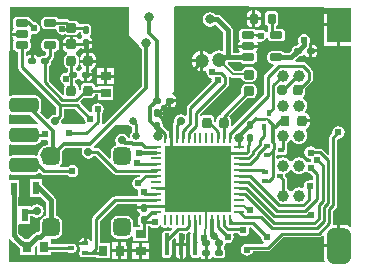
<source format=gtl>
G04 Layer_Physical_Order=1*
G04 Layer_Color=255*
%FSLAX25Y25*%
%MOIN*%
G70*
G01*
G75*
G04:AMPARAMS|DCode=10|XSize=19.69mil|YSize=23.62mil|CornerRadius=4.92mil|HoleSize=0mil|Usage=FLASHONLY|Rotation=90.000|XOffset=0mil|YOffset=0mil|HoleType=Round|Shape=RoundedRectangle|*
%AMROUNDEDRECTD10*
21,1,0.01969,0.01378,0,0,90.0*
21,1,0.00984,0.02362,0,0,90.0*
1,1,0.00984,0.00689,0.00492*
1,1,0.00984,0.00689,-0.00492*
1,1,0.00984,-0.00689,-0.00492*
1,1,0.00984,-0.00689,0.00492*
%
%ADD10ROUNDEDRECTD10*%
%ADD11R,0.03150X0.03543*%
G04:AMPARAMS|DCode=12|XSize=19.69mil|YSize=23.62mil|CornerRadius=4.92mil|HoleSize=0mil|Usage=FLASHONLY|Rotation=180.000|XOffset=0mil|YOffset=0mil|HoleType=Round|Shape=RoundedRectangle|*
%AMROUNDEDRECTD12*
21,1,0.01969,0.01378,0,0,180.0*
21,1,0.00984,0.02362,0,0,180.0*
1,1,0.00984,-0.00492,0.00689*
1,1,0.00984,0.00492,0.00689*
1,1,0.00984,0.00492,-0.00689*
1,1,0.00984,-0.00492,-0.00689*
%
%ADD12ROUNDEDRECTD12*%
%ADD13R,0.03543X0.03150*%
%ADD14R,0.02165X0.04331*%
%ADD15R,0.07874X0.11811*%
G04:AMPARAMS|DCode=16|XSize=118.11mil|YSize=78.74mil|CornerRadius=19.69mil|HoleSize=0mil|Usage=FLASHONLY|Rotation=270.000|XOffset=0mil|YOffset=0mil|HoleType=Round|Shape=RoundedRectangle|*
%AMROUNDEDRECTD16*
21,1,0.11811,0.03937,0,0,270.0*
21,1,0.07874,0.07874,0,0,270.0*
1,1,0.03937,-0.01969,-0.03937*
1,1,0.03937,-0.01969,0.03937*
1,1,0.03937,0.01969,0.03937*
1,1,0.03937,0.01969,-0.03937*
%
%ADD16ROUNDEDRECTD16*%
G04:AMPARAMS|DCode=17|XSize=98.43mil|YSize=47.24mil|CornerRadius=11.81mil|HoleSize=0mil|Usage=FLASHONLY|Rotation=180.000|XOffset=0mil|YOffset=0mil|HoleType=Round|Shape=RoundedRectangle|*
%AMROUNDEDRECTD17*
21,1,0.09843,0.02362,0,0,180.0*
21,1,0.07480,0.04724,0,0,180.0*
1,1,0.02362,-0.03740,0.01181*
1,1,0.02362,0.03740,0.01181*
1,1,0.02362,0.03740,-0.01181*
1,1,0.02362,-0.03740,-0.01181*
%
%ADD17ROUNDEDRECTD17*%
G04:AMPARAMS|DCode=18|XSize=35.43mil|YSize=31.5mil|CornerRadius=7.87mil|HoleSize=0mil|Usage=FLASHONLY|Rotation=270.000|XOffset=0mil|YOffset=0mil|HoleType=Round|Shape=RoundedRectangle|*
%AMROUNDEDRECTD18*
21,1,0.03543,0.01575,0,0,270.0*
21,1,0.01969,0.03150,0,0,270.0*
1,1,0.01575,-0.00787,-0.00984*
1,1,0.01575,-0.00787,0.00984*
1,1,0.01575,0.00787,0.00984*
1,1,0.01575,0.00787,-0.00984*
%
%ADD18ROUNDEDRECTD18*%
G04:AMPARAMS|DCode=19|XSize=25.59mil|YSize=43.31mil|CornerRadius=6.4mil|HoleSize=0mil|Usage=FLASHONLY|Rotation=90.000|XOffset=0mil|YOffset=0mil|HoleType=Round|Shape=RoundedRectangle|*
%AMROUNDEDRECTD19*
21,1,0.02559,0.03051,0,0,90.0*
21,1,0.01280,0.04331,0,0,90.0*
1,1,0.01280,0.01526,0.00640*
1,1,0.01280,0.01526,-0.00640*
1,1,0.01280,-0.01526,-0.00640*
1,1,0.01280,-0.01526,0.00640*
%
%ADD19ROUNDEDRECTD19*%
G04:AMPARAMS|DCode=20|XSize=35.43mil|YSize=31.5mil|CornerRadius=7.87mil|HoleSize=0mil|Usage=FLASHONLY|Rotation=0.000|XOffset=0mil|YOffset=0mil|HoleType=Round|Shape=RoundedRectangle|*
%AMROUNDEDRECTD20*
21,1,0.03543,0.01575,0,0,0.0*
21,1,0.01969,0.03150,0,0,0.0*
1,1,0.01575,0.00984,-0.00787*
1,1,0.01575,-0.00984,-0.00787*
1,1,0.01575,-0.00984,0.00787*
1,1,0.01575,0.00984,0.00787*
%
%ADD20ROUNDEDRECTD20*%
G04:AMPARAMS|DCode=21|XSize=59.06mil|YSize=59.06mil|CornerRadius=14.76mil|HoleSize=0mil|Usage=FLASHONLY|Rotation=180.000|XOffset=0mil|YOffset=0mil|HoleType=Round|Shape=RoundedRectangle|*
%AMROUNDEDRECTD21*
21,1,0.05906,0.02953,0,0,180.0*
21,1,0.02953,0.05906,0,0,180.0*
1,1,0.02953,-0.01476,0.01476*
1,1,0.02953,0.01476,0.01476*
1,1,0.02953,0.01476,-0.01476*
1,1,0.02953,-0.01476,-0.01476*
%
%ADD21ROUNDEDRECTD21*%
G04:AMPARAMS|DCode=22|XSize=15.75mil|YSize=74.8mil|CornerRadius=3.94mil|HoleSize=0mil|Usage=FLASHONLY|Rotation=180.000|XOffset=0mil|YOffset=0mil|HoleType=Round|Shape=RoundedRectangle|*
%AMROUNDEDRECTD22*
21,1,0.01575,0.06693,0,0,180.0*
21,1,0.00787,0.07480,0,0,180.0*
1,1,0.00787,-0.00394,0.03347*
1,1,0.00787,0.00394,0.03347*
1,1,0.00787,0.00394,-0.03347*
1,1,0.00787,-0.00394,-0.03347*
%
%ADD22ROUNDEDRECTD22*%
G04:AMPARAMS|DCode=23|XSize=13.78mil|YSize=21.65mil|CornerRadius=3.45mil|HoleSize=0mil|Usage=FLASHONLY|Rotation=90.000|XOffset=0mil|YOffset=0mil|HoleType=Round|Shape=RoundedRectangle|*
%AMROUNDEDRECTD23*
21,1,0.01378,0.01476,0,0,90.0*
21,1,0.00689,0.02165,0,0,90.0*
1,1,0.00689,0.00738,0.00345*
1,1,0.00689,0.00738,-0.00345*
1,1,0.00689,-0.00738,-0.00345*
1,1,0.00689,-0.00738,0.00345*
%
%ADD23ROUNDEDRECTD23*%
G04:AMPARAMS|DCode=24|XSize=13.78mil|YSize=21.65mil|CornerRadius=3.45mil|HoleSize=0mil|Usage=FLASHONLY|Rotation=180.000|XOffset=0mil|YOffset=0mil|HoleType=Round|Shape=RoundedRectangle|*
%AMROUNDEDRECTD24*
21,1,0.01378,0.01476,0,0,180.0*
21,1,0.00689,0.02165,0,0,180.0*
1,1,0.00689,-0.00345,0.00738*
1,1,0.00689,0.00345,0.00738*
1,1,0.00689,0.00345,-0.00738*
1,1,0.00689,-0.00345,-0.00738*
%
%ADD24ROUNDEDRECTD24*%
G04:AMPARAMS|DCode=25|XSize=13.78mil|YSize=21.65mil|CornerRadius=0mil|HoleSize=0mil|Usage=FLASHONLY|Rotation=180.000|XOffset=0mil|YOffset=0mil|HoleType=Round|Shape=Octagon|*
%AMOCTAGOND25*
4,1,8,0.00345,-0.01083,-0.00345,-0.01083,-0.00689,-0.00738,-0.00689,0.00738,-0.00345,0.01083,0.00345,0.01083,0.00689,0.00738,0.00689,-0.00738,0.00345,-0.01083,0.0*
%
%ADD25OCTAGOND25*%

G04:AMPARAMS|DCode=26|XSize=35.43mil|YSize=31.5mil|CornerRadius=0mil|HoleSize=0mil|Usage=FLASHONLY|Rotation=90.000|XOffset=0mil|YOffset=0mil|HoleType=Round|Shape=Octagon|*
%AMOCTAGOND26*
4,1,8,0.00787,0.01772,-0.00787,0.01772,-0.01575,0.00984,-0.01575,-0.00984,-0.00787,-0.01772,0.00787,-0.01772,0.01575,-0.00984,0.01575,0.00984,0.00787,0.01772,0.0*
%
%ADD26OCTAGOND26*%

%ADD27R,0.22047X0.22047*%
%ADD28O,0.03347X0.00984*%
%ADD29O,0.00984X0.03347*%
G04:AMPARAMS|DCode=30|XSize=35.43mil|YSize=27.56mil|CornerRadius=6.89mil|HoleSize=0mil|Usage=FLASHONLY|Rotation=90.000|XOffset=0mil|YOffset=0mil|HoleType=Round|Shape=RoundedRectangle|*
%AMROUNDEDRECTD30*
21,1,0.03543,0.01378,0,0,90.0*
21,1,0.02165,0.02756,0,0,90.0*
1,1,0.01378,0.00689,0.01083*
1,1,0.01378,0.00689,-0.01083*
1,1,0.01378,-0.00689,-0.01083*
1,1,0.01378,-0.00689,0.01083*
%
%ADD30ROUNDEDRECTD30*%
%ADD31C,0.00984*%
%ADD32C,0.00787*%
%ADD33C,0.01969*%
%ADD34C,0.01575*%
%ADD35C,0.01181*%
%ADD36C,0.00906*%
%ADD37C,0.04724*%
%ADD38C,0.03937*%
%ADD39C,0.02756*%
%ADD40C,0.02441*%
%ADD41C,0.02362*%
%ADD42C,0.02559*%
%ADD43C,0.03150*%
G36*
X95188Y32252D02*
X95617Y31692D01*
X96193Y31250D01*
X96863Y30972D01*
X97583Y30878D01*
X98302Y30972D01*
X98973Y31250D01*
X99464Y31627D01*
X100004Y31677D01*
X100032Y31676D01*
X100132Y31526D01*
X100796Y31083D01*
X101580Y30927D01*
X101749Y30960D01*
X102376Y30332D01*
Y28943D01*
X101876Y28681D01*
X101181Y28819D01*
X100398Y28663D01*
X99734Y28219D01*
X99290Y27555D01*
X99134Y26772D01*
X99187Y26503D01*
X98746Y26159D01*
X98302Y26342D01*
X97583Y26437D01*
X96863Y26342D01*
X96193Y26065D01*
X95617Y25623D01*
X95188Y25063D01*
X94917Y25020D01*
X94911D01*
X94641Y25063D01*
X94211Y25623D01*
X93636Y26065D01*
X93550Y26100D01*
Y28916D01*
X93451Y29415D01*
X93168Y29838D01*
X93034Y29972D01*
Y30364D01*
X93012Y30474D01*
X92978Y30832D01*
X93334Y31125D01*
X93636Y31250D01*
X94211Y31692D01*
X94641Y32252D01*
X94911Y32295D01*
X94917D01*
X95188Y32252D01*
D02*
G37*
G36*
X105988Y86672D02*
Y81012D01*
X110925D01*
Y80512D01*
X111425D01*
Y73606D01*
X114961D01*
X114961Y13548D01*
X114512Y13327D01*
X114391Y13420D01*
X113669Y13719D01*
X112894Y13821D01*
X111425D01*
Y6890D01*
X110925D01*
Y6390D01*
X105963D01*
Y2953D01*
X106065Y2178D01*
X106183Y1892D01*
X105905Y1476D01*
X886D01*
Y9055D01*
X1139Y9195D01*
X1386Y9237D01*
X2752Y7871D01*
X2752Y7870D01*
X2801Y7838D01*
X4724Y5915D01*
Y3937D01*
X9449D01*
Y6647D01*
X9799Y6936D01*
X10236Y6750D01*
Y3937D01*
X14961D01*
Y4798D01*
X20216D01*
X20375Y4692D01*
X20817Y4604D01*
X22293D01*
X22735Y4692D01*
X23109Y4942D01*
X23359Y5316D01*
X23447Y5758D01*
Y6447D01*
X23359Y6888D01*
X23109Y7263D01*
X22735Y7513D01*
X22293Y7601D01*
X20817D01*
X20375Y7513D01*
X20216Y7407D01*
X14961D01*
Y9055D01*
X15357Y9306D01*
X16437D01*
X17320Y9482D01*
X18069Y9982D01*
X18570Y10731D01*
X18745Y11614D01*
Y14567D01*
X18570Y15450D01*
X18069Y16199D01*
X17320Y16699D01*
X16566Y16849D01*
Y22027D01*
X16566Y22027D01*
X16444Y22642D01*
X16096Y23163D01*
X16096Y23163D01*
X11811Y27448D01*
Y29114D01*
X8071D01*
Y23209D01*
X11509D01*
X13355Y21362D01*
Y16849D01*
X12601Y16699D01*
X11852Y16199D01*
X11352Y15450D01*
X11176Y14567D01*
Y12790D01*
X11150Y12657D01*
X11150Y12657D01*
Y11988D01*
X10610Y11448D01*
X10371D01*
X10371Y11448D01*
X9757Y11326D01*
X9236Y10978D01*
X9236Y10978D01*
X7313Y9055D01*
X6125D01*
X5039Y10141D01*
X4991Y10174D01*
X4066Y11098D01*
Y13920D01*
X4331Y14311D01*
X4566Y14311D01*
X8071D01*
Y16745D01*
X8974D01*
X9392Y16465D01*
X10237Y16297D01*
X11082Y16465D01*
X11798Y16944D01*
X12276Y17660D01*
X12444Y18505D01*
X12276Y19350D01*
X11798Y20066D01*
X11082Y20545D01*
X10237Y20713D01*
X9392Y20545D01*
X8676Y20066D01*
X8571Y19909D01*
X8071Y20061D01*
Y20216D01*
X4566D01*
X4331Y20216D01*
X4066Y20607D01*
Y23012D01*
X4331D01*
Y28917D01*
X886D01*
Y30624D01*
X1327Y30860D01*
X1397Y30813D01*
X2165Y30660D01*
X9646D01*
X10414Y30813D01*
X11065Y31248D01*
X11367Y31278D01*
X11774Y30870D01*
X12198Y30588D01*
X12697Y30488D01*
X20505D01*
X20601Y30345D01*
X21265Y29901D01*
X22048Y29746D01*
X22832Y29901D01*
X23496Y30345D01*
X23940Y31010D01*
X24095Y31793D01*
X23940Y32576D01*
X23496Y33241D01*
X22832Y33684D01*
X22048Y33840D01*
X21265Y33684D01*
X20601Y33241D01*
X20505Y33097D01*
X18211D01*
X18059Y33597D01*
X18069Y33604D01*
X18570Y34353D01*
X18745Y35236D01*
Y38189D01*
X18692Y38457D01*
X19777Y39542D01*
X25132D01*
X25368Y39101D01*
X25324Y39036D01*
X25156Y38191D01*
X25324Y37346D01*
X25802Y36630D01*
X26519Y36151D01*
X27363Y35983D01*
X28208Y36151D01*
X28925Y36630D01*
X29096Y36886D01*
X29714D01*
X35572Y31028D01*
X35995Y30745D01*
X36495Y30646D01*
X44487D01*
X44678Y30184D01*
X44196Y29701D01*
X44027Y29735D01*
X43244Y29579D01*
X42579Y29135D01*
X42136Y28471D01*
X41980Y27688D01*
X42136Y26904D01*
X42579Y26240D01*
X43244Y25796D01*
X43555Y25734D01*
X43977Y25489D01*
X43821Y24706D01*
X43977Y23923D01*
X44011Y23871D01*
X43775Y23431D01*
X36299D01*
X35800Y23331D01*
X35377Y23049D01*
X29097Y16769D01*
X28814Y16346D01*
X28715Y15846D01*
Y8748D01*
X28215Y8650D01*
X27987Y8991D01*
X27542Y9288D01*
X27018Y9392D01*
X26779D01*
Y7677D01*
X26280D01*
Y7177D01*
X24201D01*
X24275Y6808D01*
X24572Y6363D01*
X24704Y6275D01*
X24725Y5694D01*
X24712Y5668D01*
X24475Y5314D01*
X24387Y4872D01*
Y4183D01*
X24475Y3741D01*
X24725Y3367D01*
X25100Y3117D01*
X25541Y3029D01*
X27018D01*
X27459Y3117D01*
X27618Y3223D01*
X29913D01*
Y2748D01*
X34638D01*
Y7866D01*
X31324D01*
Y15306D01*
X36840Y20821D01*
X43453D01*
X43770Y20435D01*
X43754Y20354D01*
Y20165D01*
X45768D01*
Y19165D01*
X43754D01*
Y18976D01*
X43870Y18394D01*
X44200Y17901D01*
X44518Y17688D01*
X44560Y17160D01*
X44546Y17114D01*
X44353Y16985D01*
X44070Y16562D01*
X43971Y16063D01*
Y14685D01*
X44070Y14186D01*
X44353Y13763D01*
X44463Y13689D01*
Y13091D01*
X42367D01*
Y14567D01*
X42191Y15450D01*
X41691Y16199D01*
X40942Y16699D01*
X40059Y16875D01*
X37106D01*
X36223Y16699D01*
X35474Y16199D01*
X34974Y15450D01*
X34798Y14567D01*
Y11614D01*
X34974Y10731D01*
X35474Y9982D01*
X36223Y9482D01*
X37106Y9306D01*
X40059D01*
X40942Y9482D01*
X41691Y9982D01*
X41724Y10032D01*
X42224Y9880D01*
Y8366D01*
X47343D01*
Y13091D01*
X47343D01*
X47422Y13558D01*
X47965D01*
X48060Y13415D01*
X48724Y12971D01*
X49508Y12815D01*
X50291Y12971D01*
X50955Y13415D01*
X51213Y13800D01*
X51744Y13694D01*
X51748Y13674D01*
X52030Y13251D01*
X52454Y12968D01*
X52953Y12869D01*
X53452Y12968D01*
X53545Y13030D01*
X53937Y13221D01*
X54329Y13030D01*
X54422Y12968D01*
X54921Y12869D01*
X55139Y12912D01*
X55386Y12451D01*
X54624Y11690D01*
X54398Y11841D01*
X53937Y11933D01*
X53150D01*
X52689Y11841D01*
X52298Y11580D01*
X52037Y11189D01*
X51945Y10728D01*
Y4035D01*
X52037Y3575D01*
X52298Y3184D01*
X52689Y2923D01*
X53150Y2831D01*
X53937D01*
X54398Y2923D01*
X54789Y3184D01*
X55050Y3575D01*
X55141Y4035D01*
Y8517D01*
X55991Y9367D01*
X56453Y9175D01*
Y7882D01*
X58268D01*
X60082D01*
Y10728D01*
X60079Y10745D01*
X60342Y11196D01*
X60765Y11479D01*
X60843Y11557D01*
X61393Y11415D01*
X61486Y11189D01*
X61394Y10728D01*
Y4035D01*
X61486Y3575D01*
X61747Y3184D01*
X62138Y2923D01*
X62598Y2831D01*
X63386D01*
X63847Y2923D01*
X64237Y3184D01*
X64789Y3109D01*
X64889Y2960D01*
X65382Y2630D01*
X65965Y2514D01*
X66154D01*
Y4527D01*
X67154D01*
Y2514D01*
X67343D01*
X67925Y2630D01*
X68418Y2960D01*
X68631Y3278D01*
X69159Y3320D01*
X69205Y3305D01*
X69333Y3113D01*
X69757Y2830D01*
X70256Y2731D01*
X71634D01*
X72133Y2830D01*
X72556Y3113D01*
X72839Y3536D01*
X72939Y4035D01*
Y5020D01*
X72839Y5519D01*
X72656Y5793D01*
X72564Y6011D01*
X72618Y6502D01*
X72741Y6686D01*
X72840Y7185D01*
Y7529D01*
X73340Y7892D01*
X73822Y7796D01*
X74606Y7952D01*
X75270Y8395D01*
X75714Y9060D01*
X75870Y9843D01*
X75720Y10597D01*
X75719Y10684D01*
X75975Y11097D01*
X77299D01*
X77592Y10659D01*
X78256Y10215D01*
X79039Y10060D01*
X79823Y10215D01*
X80487Y10659D01*
X80931Y11323D01*
X81086Y12107D01*
X80955Y12766D01*
X81240Y13197D01*
X81669Y13238D01*
X84994Y9913D01*
X84961Y9744D01*
X85116Y8961D01*
X85560Y8297D01*
X85790Y8143D01*
X85638Y7643D01*
X81043D01*
X80715Y7578D01*
X80315Y7658D01*
X79532Y7502D01*
X78867Y7058D01*
X78424Y6394D01*
X78268Y5610D01*
X78424Y4827D01*
X78867Y4163D01*
X79532Y3719D01*
X80315Y3563D01*
X81098Y3719D01*
X81763Y4163D01*
X82206Y4827D01*
X82248Y5034D01*
X87138D01*
X87637Y5133D01*
X88060Y5416D01*
X92325Y9680D01*
X104181D01*
X104681Y9780D01*
X105104Y10063D01*
X105463Y10421D01*
X105963Y10214D01*
Y7390D01*
X110425D01*
Y13821D01*
X109357D01*
X109322Y13837D01*
X109274Y13872D01*
X108985Y14321D01*
X109026Y14525D01*
Y18640D01*
X109918Y19533D01*
X110201Y19956D01*
X110301Y20455D01*
Y42289D01*
X110705Y42642D01*
X110728Y42638D01*
X111512Y42794D01*
X112176Y43237D01*
X112620Y43902D01*
X112776Y44685D01*
X112620Y45469D01*
X112176Y46133D01*
X111512Y46576D01*
X110728Y46732D01*
X109945Y46576D01*
X109281Y46133D01*
X108837Y45469D01*
X108681Y44685D01*
X108715Y44516D01*
X108074Y43875D01*
X107791Y43452D01*
X107692Y42953D01*
Y37522D01*
X107229Y37331D01*
X105605Y38956D01*
X105182Y39239D01*
X104682Y39338D01*
X102998D01*
X102929Y39442D01*
X102265Y39885D01*
X101481Y40041D01*
X100698Y39885D01*
X100034Y39442D01*
X99590Y38777D01*
X99434Y37994D01*
X99590Y37211D01*
X100034Y36546D01*
X100698Y36103D01*
X101481Y35947D01*
X101607Y35487D01*
X101520Y35009D01*
X100796Y34865D01*
X100551Y34702D01*
X100073Y34847D01*
X99990Y35047D01*
X99548Y35623D01*
X98973Y36065D01*
X98302Y36342D01*
X97583Y36437D01*
X96863Y36342D01*
X96193Y36065D01*
X95617Y35623D01*
X95188Y35063D01*
X94917Y35020D01*
X94911D01*
X94641Y35063D01*
X94211Y35623D01*
X93636Y36065D01*
X92965Y36342D01*
X92246Y36437D01*
X91526Y36342D01*
X90856Y36065D01*
X90584Y35856D01*
X90084Y36103D01*
Y36962D01*
X90584Y37244D01*
X90896Y37183D01*
X92372D01*
X92814Y37270D01*
X93188Y37521D01*
X93438Y37895D01*
X93526Y38337D01*
Y39026D01*
X93512Y39098D01*
X93550Y39293D01*
Y41215D01*
X93636Y41250D01*
X94211Y41692D01*
X94641Y42252D01*
X94911Y42295D01*
X94917D01*
X95188Y42252D01*
X95617Y41692D01*
X96193Y41250D01*
X96863Y40973D01*
X97583Y40878D01*
X98302Y40973D01*
X98973Y41250D01*
X99548Y41692D01*
X99990Y42268D01*
X100268Y42938D01*
X100363Y43657D01*
X100268Y44377D01*
X99990Y45047D01*
X99794Y45303D01*
X100001Y45854D01*
X100008Y45856D01*
X100600Y46251D01*
X100995Y46842D01*
X101133Y47539D01*
Y48024D01*
X98524D01*
Y49024D01*
X101133D01*
Y49508D01*
X100995Y50205D01*
X100600Y50797D01*
X100008Y51192D01*
X99778Y51237D01*
X99676Y51440D01*
X99616Y51780D01*
X99990Y52268D01*
X100268Y52938D01*
X100363Y53657D01*
X100268Y54377D01*
X99990Y55047D01*
X99548Y55623D01*
X98973Y56065D01*
X98940Y56620D01*
X99265Y56837D01*
X99613Y57358D01*
X99736Y57973D01*
Y59372D01*
X101753Y61390D01*
X102036Y61813D01*
X102136Y62312D01*
Y65003D01*
X102036Y65502D01*
X101753Y65925D01*
X99851Y67828D01*
X99427Y68111D01*
X98928Y68210D01*
X96601D01*
X96394Y68710D01*
X97738Y70054D01*
X97953D01*
X98452Y70153D01*
X98875Y70436D01*
X99004Y70628D01*
X99050Y70643D01*
X99578Y70601D01*
X99790Y70283D01*
X100284Y69953D01*
X100866Y69837D01*
X101055D01*
Y71850D01*
Y73969D01*
X100935Y74364D01*
X101166Y74709D01*
X101321Y75492D01*
X101166Y76276D01*
X100722Y76940D01*
X100058Y77384D01*
X99274Y77539D01*
X98491Y77384D01*
X97827Y76940D01*
X97383Y76276D01*
X97227Y75492D01*
X97383Y74709D01*
X97571Y74428D01*
X96790Y73647D01*
X96575D01*
X96076Y73548D01*
X95652Y73265D01*
X95369Y72842D01*
X95270Y72342D01*
Y72127D01*
X94433Y71291D01*
X92656D01*
X92614Y71354D01*
X92141Y71669D01*
X91585Y71780D01*
X88534D01*
X87977Y71669D01*
X87505Y71354D01*
X87189Y70882D01*
X87078Y70325D01*
Y69045D01*
X87189Y68488D01*
X87505Y68016D01*
X87977Y67701D01*
X88534Y67590D01*
X89087D01*
X89278Y67128D01*
X86282Y64132D01*
X86000Y63709D01*
X85900Y63210D01*
Y57332D01*
X75301Y46732D01*
X74888Y46924D01*
X74834Y46973D01*
Y48917D01*
X74712Y49532D01*
X74364Y50053D01*
X74361Y50076D01*
X80357Y56072D01*
X81890D01*
X82504Y56194D01*
X83025Y56542D01*
X83373Y57063D01*
X83495Y57677D01*
Y59252D01*
X83373Y59866D01*
X83025Y60387D01*
X82504Y60735D01*
X81890Y60858D01*
X79921D01*
X79307Y60735D01*
X78786Y60387D01*
X78438Y59866D01*
X78316Y59252D01*
Y57720D01*
X71518Y50923D01*
X71236Y50499D01*
X71223Y50437D01*
X71039Y50401D01*
X70518Y50053D01*
X70170Y49532D01*
X70048Y48917D01*
Y48394D01*
X69548Y48151D01*
X69322Y48328D01*
Y48917D01*
X69200Y49532D01*
X68852Y50053D01*
X68331Y50401D01*
X67716Y50523D01*
X66142D01*
X65527Y50401D01*
X65006Y50053D01*
X64994Y50033D01*
X64545Y50169D01*
X64495Y50649D01*
X73898Y60053D01*
X74181Y60476D01*
X74281Y60975D01*
Y63046D01*
X74274Y63080D01*
X74735Y63326D01*
X74837Y63223D01*
X74837Y63223D01*
X75228Y62962D01*
X75689Y62871D01*
X75689Y62871D01*
X78379D01*
X78438Y62574D01*
X78786Y62054D01*
X79307Y61705D01*
X79921Y61583D01*
X81890D01*
X82504Y61705D01*
X83025Y62054D01*
X83373Y62574D01*
X83495Y63189D01*
Y64764D01*
X83373Y65378D01*
X83025Y65899D01*
X82504Y66247D01*
X81890Y66369D01*
X79921D01*
X79307Y66247D01*
X78786Y65899D01*
X78438Y65378D01*
X78418Y65279D01*
X76188D01*
X73854Y67613D01*
X74046Y68079D01*
X78014D01*
X78056Y68016D01*
X78528Y67701D01*
X79085Y67590D01*
X82136D01*
X82693Y67701D01*
X83165Y68016D01*
X83480Y68488D01*
X83591Y69045D01*
Y70325D01*
X83480Y70882D01*
X83165Y71354D01*
X83433Y71776D01*
X83680Y72146D01*
X83808Y72785D01*
Y72925D01*
X80610D01*
X77413D01*
Y72785D01*
X77540Y72146D01*
X77777Y71791D01*
X77539Y71291D01*
X75523D01*
Y78786D01*
X75523Y78786D01*
X75401Y79401D01*
X75053Y79922D01*
X75053Y79922D01*
X71457Y83517D01*
X70936Y83865D01*
X70322Y83987D01*
X70322Y83987D01*
X69682D01*
X69616Y84085D01*
X68835Y84607D01*
X67913Y84790D01*
X66992Y84607D01*
X66210Y84085D01*
X65688Y83304D01*
X65505Y82382D01*
X65688Y81460D01*
X66210Y80679D01*
X66992Y80157D01*
X67913Y79973D01*
X68835Y80157D01*
X69616Y80679D01*
X69742Y80691D01*
X72312Y78121D01*
Y72158D01*
X71896Y71880D01*
X71688Y71966D01*
X70866Y72074D01*
X70044Y71966D01*
X69278Y71649D01*
X68620Y71144D01*
X68348Y70789D01*
X67718Y70789D01*
X67555Y71000D01*
X66853Y71539D01*
X66035Y71878D01*
X65658Y71928D01*
Y68602D01*
Y65277D01*
X66035Y65327D01*
X66254Y65417D01*
X66693Y65058D01*
X66654Y64862D01*
X66809Y64079D01*
X67253Y63415D01*
X67917Y62971D01*
X68120Y62931D01*
X68498Y62358D01*
X68429Y62011D01*
X68462Y61842D01*
X60495Y53875D01*
X60212Y53452D01*
X60113Y52952D01*
Y50491D01*
X59613Y50229D01*
X59113Y50563D01*
X58268Y50731D01*
X57423Y50563D01*
X56707Y50085D01*
X56228Y49369D01*
X56060Y48524D01*
X56120Y48221D01*
X55967Y48068D01*
X55685Y47645D01*
X55585Y47146D01*
Y45994D01*
X55421Y45859D01*
Y42913D01*
X54421D01*
Y45516D01*
X54339Y45500D01*
X53846Y45170D01*
X53841Y45170D01*
X52190Y46820D01*
Y47461D01*
X52091Y47960D01*
X51808Y48383D01*
X51616Y48512D01*
X51601Y48557D01*
X51643Y49086D01*
X51962Y49298D01*
X52291Y49792D01*
X52407Y50374D01*
Y50563D01*
X50394D01*
Y51563D01*
X52407D01*
Y51752D01*
X52291Y52334D01*
X51962Y52828D01*
X51582Y53082D01*
X51579Y53087D01*
X51552Y53512D01*
X51582Y53637D01*
X51828Y53802D01*
X51957Y53994D01*
X52002Y54009D01*
X52530Y53967D01*
X52743Y53649D01*
X53237Y53319D01*
X53819Y53203D01*
X54008D01*
Y55216D01*
X54508D01*
Y55717D01*
X56717D01*
X56602Y56291D01*
X56273Y56784D01*
X55779Y57114D01*
X55594Y57151D01*
X55430Y57693D01*
X56004Y58268D01*
X56004Y86401D01*
X56358Y86754D01*
X105988Y86672D01*
D02*
G37*
G36*
X41043Y77264D02*
X44356Y73951D01*
X44428Y73586D01*
X44951Y72805D01*
X45249Y72606D01*
Y60088D01*
X32700Y47539D01*
X32154D01*
X32074Y47607D01*
X31809Y48039D01*
X31856Y48276D01*
Y50845D01*
X31959Y50915D01*
X32403Y51579D01*
X32559Y52362D01*
X32403Y53146D01*
X31959Y53810D01*
X31295Y54254D01*
X30512Y54409D01*
X29728Y54254D01*
X29064Y53810D01*
X28620Y53146D01*
X28465Y52362D01*
X28566Y51854D01*
X28246Y51436D01*
X27808Y51400D01*
X24772Y54435D01*
X24761Y55131D01*
X25839Y56209D01*
X25862Y56194D01*
X26476Y56072D01*
X28051D01*
X28666Y56194D01*
X29186Y56542D01*
X29535Y57063D01*
X29593Y57357D01*
X30647D01*
Y55574D01*
X35765D01*
Y60298D01*
X30647D01*
Y59966D01*
X29593D01*
X29535Y60260D01*
X29186Y60781D01*
X28666Y61129D01*
X28051Y61251D01*
X26476D01*
X25862Y61129D01*
X25341Y60781D01*
X24993Y60260D01*
X24871Y59646D01*
Y59056D01*
X24645Y58880D01*
X24145Y59123D01*
Y59646D01*
X24023Y60260D01*
X23675Y60781D01*
X23154Y61129D01*
X23056Y61148D01*
Y62121D01*
X23354Y62181D01*
X23777Y62463D01*
X23905Y62656D01*
X23951Y62671D01*
X24479Y62628D01*
X24692Y62310D01*
X25185Y61980D01*
X25768Y61865D01*
X25957D01*
Y63878D01*
X26457D01*
Y64378D01*
X28665D01*
X28551Y64952D01*
X28354Y65248D01*
X28528Y65779D01*
X28544Y65795D01*
X28749Y65836D01*
X29340Y66231D01*
X29735Y66822D01*
X29874Y67520D01*
Y68004D01*
X27264D01*
X24654D01*
Y67520D01*
X24793Y66822D01*
X25155Y66279D01*
X25165Y66122D01*
X25077Y65703D01*
X24692Y65446D01*
X24479Y65127D01*
X23951Y65085D01*
X23905Y65100D01*
X23777Y65293D01*
X23354Y65575D01*
X23309Y65584D01*
X23275Y65683D01*
X23256Y66105D01*
X23675Y66384D01*
X24023Y66905D01*
X24145Y67520D01*
Y69488D01*
X24023Y70103D01*
X23675Y70624D01*
X23154Y70972D01*
X23135Y70975D01*
Y71485D01*
X23434Y71545D01*
X24025Y71940D01*
X24420Y72531D01*
X24452Y72693D01*
X24983Y72799D01*
X25007Y72763D01*
X25501Y72433D01*
X26075Y72319D01*
Y74528D01*
X26575D01*
Y75028D01*
X28588D01*
Y75217D01*
X28473Y75799D01*
X28143Y76292D01*
X27824Y76505D01*
X27782Y77033D01*
X27797Y77079D01*
X27989Y77207D01*
X28272Y77631D01*
X28372Y78130D01*
Y79508D01*
X28272Y80007D01*
X27989Y80430D01*
X27566Y80713D01*
X27067Y80813D01*
X26969D01*
X26870Y80832D01*
X24239D01*
X24220Y80929D01*
X23872Y81450D01*
X23351Y81798D01*
X22736Y81921D01*
X21204D01*
X21001Y82123D01*
X20578Y82406D01*
X20079Y82505D01*
X17463D01*
X17220Y82869D01*
X16748Y83185D01*
X16191Y83296D01*
X13140D01*
X12583Y83185D01*
X12111Y82869D01*
X11795Y82397D01*
X11685Y81841D01*
Y80561D01*
X11795Y80004D01*
X12111Y79532D01*
X12583Y79217D01*
X13140Y79106D01*
X16191D01*
X16679Y79203D01*
X16809Y78547D01*
X17253Y77883D01*
X17917Y77439D01*
X18701Y77284D01*
X19484Y77439D01*
X19682Y77572D01*
X20153Y77257D01*
X20768Y77135D01*
X22736D01*
X23351Y77257D01*
X23872Y77605D01*
X24220Y78126D01*
X24239Y78223D01*
X24778D01*
Y78130D01*
X24877Y77631D01*
X25160Y77207D01*
X25353Y77079D01*
X25367Y77033D01*
X25325Y76505D01*
X25007Y76292D01*
X24750Y75907D01*
X24349Y75839D01*
X24180Y75860D01*
X24025Y76092D01*
X23434Y76487D01*
X22736Y76626D01*
X22252D01*
Y74016D01*
X21752D01*
Y73516D01*
X18945D01*
Y73228D01*
X19084Y72531D01*
X19479Y71940D01*
X20070Y71545D01*
X20369Y71485D01*
Y70975D01*
X20350Y70972D01*
X19829Y70624D01*
X19481Y70103D01*
X19359Y69488D01*
Y67520D01*
X19481Y66905D01*
X19829Y66384D01*
X20350Y66036D01*
X20447Y66017D01*
Y65133D01*
X20271Y64869D01*
X20221Y64617D01*
X20079Y64646D01*
X19295Y64490D01*
X18631Y64046D01*
X18187Y63382D01*
X18032Y62598D01*
X18187Y61815D01*
X18631Y61151D01*
X19215Y60761D01*
X19403Y60448D01*
X19481Y60260D01*
X19359Y59646D01*
Y57677D01*
X19402Y57461D01*
X18941Y57215D01*
X14257Y61899D01*
Y66884D01*
X14564Y67089D01*
X14847Y67513D01*
X14946Y68012D01*
Y68652D01*
X15588Y69294D01*
X15871Y69717D01*
X15970Y70217D01*
Y71626D01*
X16191D01*
X16748Y71736D01*
X17220Y72052D01*
X17535Y72524D01*
X17646Y73081D01*
Y74360D01*
X17535Y74917D01*
X17220Y75389D01*
X16748Y75705D01*
X16191Y75815D01*
X13140D01*
X12583Y75705D01*
X12111Y75389D01*
X11795Y74917D01*
X11685Y74360D01*
Y73081D01*
X11795Y72524D01*
X12111Y72052D01*
X12583Y71736D01*
X13140Y71626D01*
X13361D01*
Y70757D01*
X12904Y70301D01*
X12264D01*
X11765Y70201D01*
X11341Y69919D01*
X11213Y69726D01*
X11167Y69711D01*
X10639Y69753D01*
X10426Y70072D01*
X9933Y70402D01*
X9350Y70517D01*
X9161D01*
Y68504D01*
X8161D01*
Y70517D01*
X7972D01*
X7390Y70402D01*
X7021Y70155D01*
X6601Y70311D01*
X6521Y70376D01*
Y71626D01*
X6742D01*
X7299Y71736D01*
X7771Y72052D01*
X8087Y72524D01*
X8197Y73081D01*
Y74360D01*
X8087Y74917D01*
X7771Y75389D01*
X8040Y75811D01*
X8287Y76181D01*
X8414Y76821D01*
Y77137D01*
X8914Y77548D01*
X9252Y77480D01*
X10035Y77636D01*
X10700Y78080D01*
X11143Y78744D01*
X11299Y79528D01*
X11143Y80311D01*
X10700Y80975D01*
X10035Y81419D01*
X9252Y81575D01*
X9202Y81565D01*
X8572Y82194D01*
X8116Y82499D01*
X8004Y82521D01*
X7771Y82869D01*
X7299Y83185D01*
X6742Y83296D01*
X3691D01*
X3134Y83185D01*
X2662Y82869D01*
X2347Y82397D01*
X2236Y81841D01*
Y80561D01*
X2347Y80004D01*
X2662Y79532D01*
X2393Y79110D01*
X2146Y78740D01*
X2019Y78100D01*
Y77961D01*
X5217D01*
Y76961D01*
X2019D01*
Y76821D01*
X2146Y76181D01*
X2393Y75811D01*
X2662Y75389D01*
X2347Y74917D01*
X2236Y74360D01*
Y73081D01*
X2347Y72524D01*
X2662Y72052D01*
X3134Y71736D01*
X3691Y71626D01*
X3912D01*
Y66589D01*
X4011Y66090D01*
X4294Y65666D01*
X16662Y53298D01*
Y50986D01*
X16235Y50617D01*
X16142Y50635D01*
X15298Y50467D01*
X14581Y49989D01*
X14103Y49272D01*
X14086Y49190D01*
X13608Y49045D01*
X11201Y51452D01*
X11500Y51899D01*
X11653Y52667D01*
Y55029D01*
X11500Y55798D01*
X11065Y56449D01*
X10414Y56884D01*
X9646Y57037D01*
X2165D01*
X1460Y56896D01*
X1247Y56965D01*
X961Y57119D01*
X1189Y86417D01*
X41043D01*
Y77264D01*
D02*
G37*
G36*
X12111Y42205D02*
X12894Y42049D01*
X13588Y42187D01*
X14088Y41924D01*
Y40497D01*
X13484D01*
X12601Y40321D01*
X11852Y39821D01*
X11385Y39121D01*
X11322Y39074D01*
X10881Y38498D01*
X10603Y37828D01*
X10541Y37354D01*
X10116Y36989D01*
X10023Y36961D01*
X9646Y37037D01*
X2165D01*
X1397Y36884D01*
X1327Y36837D01*
X886Y37072D01*
Y40624D01*
X1327Y40860D01*
X1397Y40813D01*
X2165Y40660D01*
X9646D01*
X10414Y40813D01*
X11065Y41248D01*
X11500Y41899D01*
X11538Y42088D01*
X12000Y42280D01*
X12111Y42205D01*
D02*
G37*
G36*
X1412Y50810D02*
X2165Y50660D01*
X8019D01*
X10678Y48001D01*
X10486Y47539D01*
X1242Y47539D01*
X890Y47894D01*
X910Y50548D01*
X1323Y50823D01*
X1412Y50810D01*
D02*
G37*
G36*
X26037Y49480D02*
X26004Y49311D01*
X26160Y48528D01*
X26486Y48039D01*
X26257Y47539D01*
X18683D01*
X18273Y48039D01*
X18350Y48428D01*
X18290Y48730D01*
X18889Y49329D01*
X19172Y49753D01*
X19271Y50252D01*
Y52534D01*
X22983D01*
X26037Y49480D01*
D02*
G37*
G36*
X41420Y46677D02*
X42005Y46561D01*
Y45120D01*
X41819Y44996D01*
X41362Y44313D01*
X41202Y43506D01*
X41260Y43215D01*
X40867Y42784D01*
X40630Y42832D01*
X40622Y42872D01*
X40144Y43589D01*
X39428Y44067D01*
X38583Y44235D01*
X37738Y44067D01*
X37022Y43589D01*
X36543Y42872D01*
X36375Y42028D01*
X36543Y41183D01*
X36763Y40853D01*
X36572Y40391D01*
X36223Y40321D01*
X35474Y39821D01*
X34974Y39072D01*
X34798Y38189D01*
Y36145D01*
X34336Y35954D01*
X31177Y39113D01*
X30753Y39396D01*
X30254Y39495D01*
X29302D01*
X29151Y39820D01*
X29131Y39983D01*
X29242Y40108D01*
X36182Y47047D01*
X40867D01*
X41420Y46677D01*
D02*
G37*
%LPC*%
G36*
X40362Y4807D02*
X38287D01*
Y2536D01*
X40362D01*
Y4807D01*
D02*
G37*
G36*
X57768Y6882D02*
X56453D01*
Y4035D01*
X56561Y3492D01*
X56869Y3031D01*
X57330Y2723D01*
X57768Y2636D01*
Y6882D01*
D02*
G37*
G36*
X60082D02*
X58768D01*
Y2636D01*
X59205Y2723D01*
X59666Y3031D01*
X59974Y3492D01*
X60082Y4035D01*
Y6882D01*
D02*
G37*
G36*
X56717Y54716D02*
X55008D01*
Y53203D01*
X55197D01*
X55779Y53319D01*
X56273Y53649D01*
X56602Y54142D01*
X56717Y54716D01*
D02*
G37*
G36*
X37287Y4807D02*
X35213D01*
Y2536D01*
X37287D01*
Y4807D01*
D02*
G37*
G36*
X44284Y4716D02*
X42012D01*
Y2642D01*
X44284D01*
Y4716D01*
D02*
G37*
G36*
Y7791D02*
X42012D01*
Y5717D01*
X44284D01*
Y7791D01*
D02*
G37*
G36*
X37287Y8079D02*
X35213D01*
Y5807D01*
X37287D01*
Y8079D01*
D02*
G37*
G36*
X47555Y7791D02*
X45283D01*
Y5717D01*
X47555D01*
Y7791D01*
D02*
G37*
G36*
X25780Y9392D02*
X25541D01*
X25017Y9288D01*
X24572Y8991D01*
X24275Y8546D01*
X24201Y8177D01*
X25780D01*
Y9392D01*
D02*
G37*
G36*
X47555Y4716D02*
X45283D01*
Y2642D01*
X47555D01*
Y4716D01*
D02*
G37*
G36*
X40362Y8079D02*
X38287D01*
Y5807D01*
X40362D01*
Y8079D01*
D02*
G37*
G36*
X110425Y80012D02*
X105988D01*
Y73606D01*
X110425D01*
Y80012D01*
D02*
G37*
G36*
X102244Y73864D02*
X102055D01*
Y72350D01*
X103764D01*
X103650Y72925D01*
X103320Y73418D01*
X102826Y73748D01*
X102244Y73864D01*
D02*
G37*
G36*
X89173Y85167D02*
X87795D01*
X87219Y85052D01*
X86731Y84726D01*
X86405Y84237D01*
X86290Y83661D01*
Y81496D01*
X86405Y80920D01*
X86731Y80432D01*
X87180Y80132D01*
Y78740D01*
X87226Y78506D01*
X87029Y78143D01*
X86506Y78085D01*
X86290Y78408D01*
X85626Y78852D01*
X84842Y79008D01*
X84059Y78852D01*
X83433Y78433D01*
X83165Y78834D01*
X82693Y79150D01*
X82136Y79260D01*
X79085D01*
X78528Y79150D01*
X78056Y78834D01*
X77740Y78362D01*
X77630Y77805D01*
Y76526D01*
X77740Y75969D01*
X78056Y75497D01*
X77787Y75075D01*
X77540Y74705D01*
X77413Y74065D01*
Y73925D01*
X80610D01*
X83808D01*
Y74065D01*
X83680Y74705D01*
X83661Y74734D01*
X84022Y75094D01*
X84059Y75069D01*
X84842Y74913D01*
X85626Y75069D01*
X86290Y75513D01*
X86660Y76066D01*
X87116Y76037D01*
X87180Y76014D01*
X87189Y75969D01*
X87505Y75497D01*
X87977Y75181D01*
X88534Y75071D01*
X91585D01*
X92141Y75181D01*
X92614Y75497D01*
X92929Y75969D01*
X93040Y76526D01*
Y77805D01*
X92929Y78362D01*
X92614Y78834D01*
X92141Y79150D01*
X91585Y79260D01*
X89809D01*
X89789Y79281D01*
Y80132D01*
X90238Y80432D01*
X90564Y80920D01*
X90679Y81496D01*
Y83661D01*
X90564Y84237D01*
X90238Y84726D01*
X89749Y85052D01*
X89173Y85167D01*
D02*
G37*
G36*
X82079Y85383D02*
X81890D01*
X81231Y85252D01*
X80672Y84879D01*
X80299Y84320D01*
X80168Y83661D01*
Y83079D01*
X82079D01*
Y85383D01*
D02*
G37*
G36*
X83268D02*
X83079D01*
Y83079D01*
X84990D01*
Y83661D01*
X84859Y84320D01*
X84485Y84879D01*
X83927Y85252D01*
X83268Y85383D01*
D02*
G37*
G36*
X82079Y82079D02*
X80168D01*
Y81496D01*
X80299Y80837D01*
X80672Y80278D01*
X81231Y79905D01*
X81890Y79774D01*
X82079D01*
Y82079D01*
D02*
G37*
G36*
X84990D02*
X83079D01*
Y79774D01*
X83268D01*
X83927Y79905D01*
X84485Y80278D01*
X84859Y80837D01*
X84990Y81496D01*
Y82079D01*
D02*
G37*
G36*
X64657Y68102D02*
X61832D01*
X61882Y67725D01*
X62221Y66907D01*
X62760Y66204D01*
X63462Y65666D01*
X64280Y65327D01*
X64657Y65277D01*
Y68102D01*
D02*
G37*
G36*
Y71928D02*
X64280Y71878D01*
X63462Y71539D01*
X62760Y71000D01*
X62221Y70298D01*
X61882Y69480D01*
X61832Y69102D01*
X64657D01*
Y71928D01*
D02*
G37*
G36*
X103764Y71350D02*
X102055D01*
Y69837D01*
X102244D01*
X102826Y69953D01*
X103320Y70283D01*
X103650Y70776D01*
X103764Y71350D01*
D02*
G37*
G36*
X32706Y62948D02*
X30434D01*
Y60873D01*
X32706D01*
Y62948D01*
D02*
G37*
G36*
X21252Y76626D02*
X20768D01*
X20070Y76487D01*
X19479Y76092D01*
X19084Y75501D01*
X18945Y74803D01*
Y74516D01*
X21252D01*
Y76626D01*
D02*
G37*
G36*
X28588Y74028D02*
X27075D01*
Y72319D01*
X27649Y72433D01*
X28143Y72763D01*
X28473Y73256D01*
X28588Y73839D01*
Y74028D01*
D02*
G37*
G36*
X32706Y66022D02*
X30434D01*
Y63948D01*
X32706D01*
Y66022D01*
D02*
G37*
G36*
X35978D02*
X33706D01*
Y63948D01*
X35978D01*
Y66022D01*
D02*
G37*
G36*
Y62948D02*
X33706D01*
Y60873D01*
X35978D01*
Y62948D01*
D02*
G37*
G36*
X28665Y63378D02*
X26957D01*
Y61865D01*
X27146D01*
X27728Y61980D01*
X28221Y62310D01*
X28551Y62804D01*
X28665Y63378D01*
D02*
G37*
G36*
X26764Y71311D02*
X26476D01*
X25779Y71172D01*
X25188Y70777D01*
X24793Y70186D01*
X24654Y69488D01*
Y69004D01*
X26764D01*
Y71311D01*
D02*
G37*
G36*
X28051D02*
X27764D01*
Y69004D01*
X29874D01*
Y69488D01*
X29735Y70186D01*
X29340Y70777D01*
X28749Y71172D01*
X28051Y71311D01*
D02*
G37*
%LPD*%
D10*
X101555Y71850D02*
D03*
X97264D02*
D03*
X66555Y7677D02*
D03*
X70846D02*
D03*
X26457Y63878D02*
D03*
X22165D02*
D03*
X12953Y68504D02*
D03*
X8661D02*
D03*
X66654Y4528D02*
D03*
X70945D02*
D03*
X54508Y55216D02*
D03*
X50217D02*
D03*
D11*
X7087Y6496D02*
D03*
X12598D02*
D03*
X32276Y5307D02*
D03*
X37787D02*
D03*
X93012Y48524D02*
D03*
D12*
X26575Y74528D02*
D03*
Y78819D02*
D03*
X81398Y42835D02*
D03*
Y47126D02*
D03*
X50394Y51063D02*
D03*
Y46772D02*
D03*
X45768Y19665D02*
D03*
Y15374D02*
D03*
D13*
X33206Y63448D02*
D03*
Y57936D02*
D03*
X44783Y5217D02*
D03*
Y10728D02*
D03*
D14*
X9941Y26161D02*
D03*
X2461Y25964D02*
D03*
X6201Y17264D02*
D03*
D15*
X110925Y80512D02*
D03*
D16*
Y6890D02*
D03*
D17*
X5906Y33848D02*
D03*
Y43848D02*
D03*
Y53848D02*
D03*
D18*
X21752Y58661D02*
D03*
X27264D02*
D03*
X27264Y68504D02*
D03*
X21752D02*
D03*
X97342Y58957D02*
D03*
X72441Y47933D02*
D03*
X66929D02*
D03*
X98524Y48524D02*
D03*
D19*
X14665Y81201D02*
D03*
Y73721D02*
D03*
X5217D02*
D03*
Y77461D02*
D03*
Y81201D02*
D03*
X90059Y77165D02*
D03*
Y69685D02*
D03*
X80610D02*
D03*
Y73425D02*
D03*
Y77165D02*
D03*
D20*
X21752Y74016D02*
D03*
Y79527D02*
D03*
X80905Y58465D02*
D03*
Y63976D02*
D03*
D21*
X38583Y13091D02*
D03*
X14961D02*
D03*
X38583Y36713D02*
D03*
X14961D02*
D03*
D22*
X53543Y7382D02*
D03*
X58268D02*
D03*
X62992D02*
D03*
D23*
X91142Y30020D02*
D03*
X86417Y28445D02*
D03*
Y31594D02*
D03*
X91634Y38681D02*
D03*
X86910Y37106D02*
D03*
Y40256D02*
D03*
X21555Y6102D02*
D03*
X26280Y7677D02*
D03*
Y4528D02*
D03*
D24*
X87500Y51279D02*
D03*
X89075Y46555D02*
D03*
D25*
X85925D02*
D03*
D26*
X91831Y58957D02*
D03*
D27*
X63779Y29134D02*
D03*
D28*
X50000Y18307D02*
D03*
Y20276D02*
D03*
Y22244D02*
D03*
Y24213D02*
D03*
Y26181D02*
D03*
Y28150D02*
D03*
Y30118D02*
D03*
Y32087D02*
D03*
Y34055D02*
D03*
Y36024D02*
D03*
Y37992D02*
D03*
Y39961D02*
D03*
X77559D02*
D03*
Y37992D02*
D03*
Y36024D02*
D03*
Y34055D02*
D03*
Y32087D02*
D03*
Y30118D02*
D03*
Y28150D02*
D03*
Y26181D02*
D03*
Y24213D02*
D03*
Y22244D02*
D03*
Y20276D02*
D03*
Y18307D02*
D03*
D29*
X52953Y42913D02*
D03*
X54921D02*
D03*
X56890D02*
D03*
X58858D02*
D03*
X60827D02*
D03*
X62795D02*
D03*
X64764D02*
D03*
X66732D02*
D03*
X68701D02*
D03*
X70669D02*
D03*
X72638D02*
D03*
X74606D02*
D03*
Y15354D02*
D03*
X72638D02*
D03*
X70669D02*
D03*
X68701D02*
D03*
X66732D02*
D03*
X64764D02*
D03*
X62795D02*
D03*
X60827D02*
D03*
X58858D02*
D03*
X56890D02*
D03*
X54921D02*
D03*
X52953D02*
D03*
D30*
X88484Y82579D02*
D03*
X82579D02*
D03*
D31*
X54921Y37992D02*
X63779Y29134D01*
X72638Y37992D01*
X12697Y31793D02*
X22048D01*
X10641Y33848D02*
X12697Y31793D01*
X5906Y33848D02*
X10641D01*
X12992Y6102D02*
X21555D01*
X12598Y6496D02*
X12992Y6102D01*
X21752Y79527D02*
X26870D01*
X21752Y63583D02*
Y68504D01*
X21654Y63484D02*
X21752Y63386D01*
Y58661D02*
Y63386D01*
X45768Y24605D02*
X46160Y24213D01*
X42520Y48624D02*
Y48943D01*
X56890Y47146D02*
X58268Y48524D01*
X61417Y52952D02*
X70476Y62011D01*
X61417Y47728D02*
Y52952D01*
X59556Y45866D02*
X61417Y47728D01*
X81043Y6339D02*
X87138D01*
X80315Y5610D02*
X81043Y6339D01*
X42226Y48624D02*
X43309Y47542D01*
Y43506D02*
Y47542D01*
X46260Y39961D02*
X50000D01*
X108996Y20455D02*
Y42953D01*
X110728Y44685D01*
X101481Y37994D02*
X101521Y38033D01*
X103647Y35533D02*
X105453Y33727D01*
X101580Y32974D02*
X103681Y30873D01*
X107224Y21189D02*
Y35491D01*
X104682Y38033D02*
X107224Y35491D01*
X101521Y38033D02*
X104682D01*
X105453Y21923D02*
Y33727D01*
X104178Y20648D02*
X105453Y21923D01*
X105950Y19915D02*
X107224Y21189D01*
X107721Y19181D02*
X108996Y20455D01*
X98928Y66905D02*
X100831Y65003D01*
Y62312D02*
Y65003D01*
X97475Y58957D02*
X100831Y62312D01*
X97342Y58957D02*
X97475D01*
X71106Y12560D02*
X73822Y9843D01*
X71106Y12560D02*
Y12654D01*
X70669Y13091D02*
X71106Y12654D01*
X70669Y13091D02*
Y15354D01*
X73864Y12402D02*
X78745D01*
X72638Y13627D02*
X73864Y12402D01*
X72638Y13627D02*
Y15354D01*
X84820Y16378D02*
X88442Y12757D01*
X79623Y16378D02*
X84820D01*
X82145Y14607D02*
X87008Y9744D01*
X75354Y14607D02*
X82145D01*
X85136Y18568D02*
X89176Y14528D01*
X85136Y18568D02*
Y18601D01*
X84308Y19429D02*
X85136Y18601D01*
X84275Y19429D02*
X84308D01*
X79491Y24213D02*
X84275Y19429D01*
X85042Y21201D02*
X89311Y16932D01*
X85009Y21201D02*
X85042D01*
X80028Y26181D02*
X85009Y21201D01*
X80655Y28150D02*
X90167Y18638D01*
X81192Y30118D02*
X90900Y20409D01*
X78745Y12402D02*
X79039Y12107D01*
X77695Y18307D02*
X79623Y16378D01*
X74606Y15354D02*
X75354Y14607D01*
X77559Y24213D02*
X79491D01*
X77559Y26181D02*
X80028D01*
X77461Y40059D02*
Y42774D01*
X63189Y46994D02*
Y51188D01*
X87205Y56791D02*
Y63210D01*
X74606Y44193D02*
X87205Y56791D01*
X74606Y42913D02*
Y44193D01*
X80811Y42248D02*
X81398Y42835D01*
X80811Y40658D02*
Y42248D01*
X87205Y63210D02*
X90900Y66905D01*
X72244Y47736D02*
X72638Y47343D01*
X72441Y47933D02*
Y50000D01*
X80905Y58465D01*
X31496Y4528D02*
X32276Y5307D01*
X28740Y4528D02*
X31496D01*
X30020Y15846D02*
X36299Y22126D01*
X30020Y5807D02*
Y15846D01*
X26280Y4528D02*
X28740D01*
X30020Y5807D01*
X88442Y12757D02*
X103448D01*
X77559Y30118D02*
X81192D01*
X77559Y28150D02*
X80655D01*
X90900Y20409D02*
X98928D01*
X100558Y17028D02*
X101678D01*
X100396Y16866D02*
X100558Y17028D01*
X89433Y16866D02*
X100396D01*
X89356Y16943D02*
X89433Y16866D01*
X89311Y16898D02*
X89356Y16943D01*
X89176Y14528D02*
X102714D01*
X87138Y6339D02*
X91784Y10985D01*
X104181D01*
X85532Y32087D02*
X86220Y31398D01*
X66860Y48819D02*
X70669Y45010D01*
X44027Y27688D02*
X46457Y30118D01*
X50000D01*
X88484Y78740D02*
X90059Y77165D01*
X88484Y78740D02*
Y82579D01*
X82284Y38365D02*
X84547Y40629D01*
X82284Y37652D02*
Y38365D01*
X80655Y36024D02*
X82284Y37652D01*
X77559Y36024D02*
X80655D01*
X77559Y32087D02*
X85532D01*
X80512Y40359D02*
X80811Y40658D01*
X80512Y38386D02*
Y40359D01*
X80118Y37992D02*
X80512Y38386D01*
X77559Y37992D02*
X80118D01*
X77461Y40059D02*
X77559Y39961D01*
X23524Y53839D02*
X28051Y49311D01*
X30512Y52362D02*
X30551Y52323D01*
X50593Y46572D02*
X52953Y44213D01*
X27363Y38191D02*
X30254D01*
X36495Y31951D01*
X44000Y34055D02*
X50000D01*
X43604Y34451D02*
X44000Y34055D01*
X36495Y31951D02*
X49864D01*
X50000Y32087D01*
X17967Y50252D02*
Y53839D01*
X16142Y48428D02*
X17967Y50252D01*
X12646Y43848D02*
X12894Y44097D01*
X21064Y44392D02*
X26668D01*
X30551Y48276D01*
X5906Y43848D02*
X12646D01*
X17967Y53839D02*
X23524D01*
X30551Y48276D02*
Y52323D01*
X27264Y58661D02*
X32480D01*
X33206Y57936D01*
X12953Y61358D02*
X18701Y55610D01*
X26447Y58661D02*
X27264D01*
X23395Y55610D02*
X26447Y58661D01*
X18701Y55610D02*
X23395D01*
X4528Y73032D02*
X5217Y73721D01*
X21654Y63484D02*
X21752Y63583D01*
X14665Y81201D02*
X20079D01*
X21752Y79527D01*
X97063Y53657D02*
X97583D01*
X91831Y58957D02*
X92138D01*
X96839Y63657D01*
X97583D01*
X92163D02*
X92246D01*
X86417Y28445D02*
X87479D01*
X88779Y29746D01*
Y30577D02*
X88779Y30577D01*
X88779Y29746D02*
Y30577D01*
X91142Y30020D02*
X92246Y28916D01*
Y23658D02*
Y28916D01*
X91634Y38681D02*
X92246Y39293D01*
Y43657D01*
X89075Y38878D02*
Y39042D01*
X89272Y39239D01*
X89075Y41470D02*
X89272Y41273D01*
X86910Y37106D02*
X87303D01*
X88779Y30577D02*
Y38583D01*
X89075Y38878D01*
X87303Y37106D02*
X88779Y38583D01*
X86680Y40256D02*
X86910D01*
X62795Y8661D02*
X63287Y8169D01*
X58369Y19095D02*
Y19682D01*
X58366Y19685D02*
X58369Y19682D01*
X53543Y7382D02*
Y8764D01*
X58268Y7382D02*
X58467Y7582D01*
X90900Y66905D02*
X98928D01*
X72638Y37992D02*
X77559D01*
X54921D02*
Y42913D01*
X50000Y20276D02*
X54921D01*
X50000Y26181D02*
X60827D01*
X63779Y29134D01*
X54921Y20276D02*
X60827Y26181D01*
X52953Y42913D02*
Y44213D01*
X54921Y42913D02*
Y46535D01*
X50394Y51063D02*
X54921Y46535D01*
X18701Y79331D02*
X21555D01*
X21752Y79527D01*
X21752Y57480D02*
Y58661D01*
X72638Y42913D02*
Y47343D01*
X70669Y42913D02*
Y45010D01*
X66043Y48819D02*
X66860D01*
X46279Y14862D02*
X49508D01*
X45768Y15374D02*
X46279Y14862D01*
X64370Y68602D02*
X65158D01*
X62500Y62500D02*
Y65945D01*
X65158Y68602D01*
X100831Y26421D02*
X101181Y26772D01*
X105950Y15259D02*
Y19915D01*
X107721Y14525D02*
Y19181D01*
X98928Y20409D02*
X100831Y22312D01*
Y26421D01*
X99662Y18638D02*
X103681Y22657D01*
Y30873D01*
X102714Y14528D02*
X104178Y15993D01*
Y20648D01*
X49882Y22126D02*
X50000Y22244D01*
X49665Y17973D02*
X50000Y18307D01*
X45768Y19665D02*
X46378Y20276D01*
X50000D01*
X45768Y24605D02*
X45868Y24706D01*
X46160Y24213D02*
X50000D01*
X36299Y22126D02*
X49882D01*
X84547Y40629D02*
Y41437D01*
X84711Y41601D01*
X89272Y39239D02*
Y41273D01*
X89075Y41470D02*
Y41609D01*
X77559Y34055D02*
X81192D01*
X84055Y36918D02*
Y37631D01*
X81192Y34055D02*
X84055Y36918D01*
Y37631D02*
X86680Y40256D01*
X45768Y11713D02*
Y15374D01*
X44783Y10728D02*
X45768Y11713D01*
Y15374D02*
X48366Y17973D01*
X49665D01*
X84711Y41601D02*
Y42323D01*
X85925Y43537D01*
Y46555D01*
X87402Y48720D02*
X89075Y47047D01*
X59449Y45866D02*
X59556D01*
X58858Y42913D02*
Y45276D01*
X60827Y42913D02*
Y44631D01*
X63189Y46994D01*
X58858Y45276D02*
X59449Y45866D01*
X56890Y42913D02*
Y47146D01*
X26870Y63976D02*
X27264Y63583D01*
X90167Y18638D02*
X99662D01*
X71511Y64511D02*
X72976Y63046D01*
X69052Y64511D02*
X71511D01*
X68701Y64862D02*
X69052Y64511D01*
X63189Y51188D02*
X72976Y60975D01*
Y63046D01*
X89311Y16898D02*
Y16932D01*
X77559Y18307D02*
X77695D01*
X59842Y12402D02*
X60827Y13386D01*
Y15354D01*
X62795Y8661D02*
Y15354D01*
X53543Y8764D02*
X57181Y12402D01*
X59842D01*
X58467Y7582D02*
Y9843D01*
X87500Y51279D02*
X88976Y52756D01*
Y60471D01*
X92163Y63657D01*
X83287Y49016D02*
X86245D01*
X50394Y51063D02*
Y51102D01*
X54508Y55216D01*
X104181Y10985D02*
X107721Y14525D01*
X103448Y12757D02*
X105950Y15259D01*
X5217Y66589D02*
Y73721D01*
Y66589D02*
X17967Y53839D01*
X14665Y70217D02*
Y73721D01*
X12953Y68504D02*
X14665Y70217D01*
X12953Y61358D02*
Y68504D01*
X21752Y74016D02*
X26870D01*
Y63976D02*
Y74016D01*
D32*
X66126Y9173D02*
Y12332D01*
X66732Y12939D02*
Y15354D01*
X66126Y12332D02*
X66732Y12939D01*
X63779Y29134D02*
X66732Y26181D01*
Y15354D02*
Y26181D01*
X80485Y18928D02*
X81240D01*
X66126Y9173D02*
X66204Y9095D01*
X79138Y20276D02*
X80485Y18928D01*
X70866Y68898D02*
X75689Y64075D01*
X80807D02*
X80905Y63976D01*
X75689Y64075D02*
X80807D01*
X84638Y77165D02*
X84842Y76961D01*
X80610Y77165D02*
X84638D01*
X83480Y76961D02*
X84842D01*
X87106Y49016D02*
X87402Y48720D01*
X77559Y20276D02*
X79138D01*
X86245Y49016D02*
X87106D01*
D33*
X103248Y85039D02*
X111417D01*
D34*
X95099Y69685D02*
X97264Y71850D01*
X9941Y27047D02*
X14961Y22027D01*
X2461Y25964D02*
Y26850D01*
Y10433D02*
Y25964D01*
X14961Y13091D02*
Y22027D01*
X7087Y6496D02*
Y6558D01*
X10371Y9843D01*
X11275D01*
X12755Y11323D01*
Y12657D01*
X13189Y13091D01*
X14961D01*
X2461Y10433D02*
X3888Y9006D01*
X6398Y6496D02*
X7087D01*
X6142Y6752D02*
X6398Y6496D01*
X6142Y6752D02*
Y6768D01*
X3904Y9006D02*
X6142Y6768D01*
X3888Y9006D02*
X3904D01*
X73917Y69685D02*
X80610D01*
X70322Y82382D02*
X73917Y78786D01*
Y69685D02*
Y78786D01*
X71653Y69685D02*
X73917D01*
X70866Y68898D02*
X71653Y69685D01*
X90059D02*
X95099D01*
X97264Y71850D02*
X99274Y73861D01*
Y75492D01*
X67913Y82382D02*
X70322D01*
D35*
X68701Y10138D02*
Y15354D01*
X50593Y46572D02*
Y46772D01*
X70846Y7677D02*
Y8390D01*
X7579Y81201D02*
X9252Y79528D01*
X5217Y81201D02*
X7579D01*
X15493Y37245D02*
X19195Y40947D01*
X15493Y37245D02*
Y45173D01*
X19195Y40947D02*
X28095D01*
X6201Y18150D02*
X9882D01*
X10237Y18505D01*
X69196Y10040D02*
Y10138D01*
Y10040D02*
X70846Y8390D01*
X47441Y77896D02*
X50217Y75121D01*
Y55216D02*
Y75121D01*
X47441Y77896D02*
Y83071D01*
X28095Y40947D02*
X46654Y59506D01*
Y74508D01*
X42208Y40849D02*
X45372D01*
X46260Y39961D01*
X42014Y41043D02*
X42208Y40849D01*
X39567Y41043D02*
X42014D01*
X38583Y42028D02*
X39567Y41043D01*
X49764Y46772D02*
X50394D01*
X48031Y48504D02*
X49764Y46772D01*
X70846Y4626D02*
X70945Y4528D01*
X70846Y4626D02*
Y7677D01*
X77461Y42774D02*
Y43189D01*
X81398Y47126D01*
X48031Y48504D02*
Y53031D01*
X50593Y43408D02*
Y46572D01*
X48031Y53031D02*
X50217Y55216D01*
X44390Y37795D02*
X44587Y37992D01*
X50000D01*
X6817Y53848D02*
X15493Y45173D01*
X5906Y53848D02*
X6817D01*
X88899Y46380D02*
X89075Y46555D01*
X88899Y41785D02*
Y46380D01*
Y41785D02*
X89075Y41609D01*
Y46555D02*
X89862D01*
X92028Y48720D01*
X89075Y46555D02*
Y47047D01*
X81398Y47126D02*
X83287Y49016D01*
D36*
X65850Y9449D02*
X66126Y9173D01*
X66204Y9095D02*
X66654Y8645D01*
Y4528D02*
Y8645D01*
D37*
X65158Y68602D02*
D03*
X70866Y68898D02*
D03*
D38*
X97583Y43657D02*
D03*
Y53657D02*
D03*
Y33658D02*
D03*
Y63657D02*
D03*
Y23658D02*
D03*
X92246D02*
D03*
Y33658D02*
D03*
Y43657D02*
D03*
Y53657D02*
D03*
Y63657D02*
D03*
X13288Y37108D02*
D03*
D39*
X38583Y42028D02*
D03*
X58268Y48524D02*
D03*
X10237Y18505D02*
D03*
X27363Y38191D02*
D03*
X16142Y48428D02*
D03*
D40*
X9252Y79528D02*
D03*
X9941Y12697D02*
D03*
X3248Y5512D02*
D03*
X80315Y5610D02*
D03*
X65850Y9449D02*
D03*
X101481Y37994D02*
D03*
X103647Y35533D02*
D03*
X101580Y32974D02*
D03*
X73822Y9843D02*
D03*
X81240Y18928D02*
D03*
X79039Y12107D02*
D03*
X87008Y9744D02*
D03*
X44027Y27688D02*
D03*
X101476Y78839D02*
D03*
X84646Y3839D02*
D03*
X25295Y34547D02*
D03*
X28051Y49311D02*
D03*
X30512Y52362D02*
D03*
X43604Y34451D02*
D03*
X44390Y37795D02*
D03*
X12894Y44097D02*
D03*
X21064Y44392D02*
D03*
X22048Y31793D02*
D03*
X84842Y76961D02*
D03*
X92323Y3051D02*
D03*
X102264D02*
D03*
X113681Y3150D02*
D03*
X113091Y55709D02*
D03*
X111417Y85039D02*
D03*
X58369Y19095D02*
D03*
X18701Y79331D02*
D03*
X49508Y14862D02*
D03*
X101181Y26772D02*
D03*
X101678Y17028D02*
D03*
X110728Y44685D02*
D03*
X45868Y24706D02*
D03*
X17815Y23130D02*
D03*
X32579Y14075D02*
D03*
X33071Y23425D02*
D03*
X27461Y17126D02*
D03*
X41043Y7972D02*
D03*
X19882Y18406D02*
D03*
X42618Y19291D02*
D03*
X49409Y4134D02*
D03*
X112598Y11024D02*
D03*
X113779Y17421D02*
D03*
X113583Y23327D02*
D03*
X72244Y35236D02*
D03*
X57087Y34449D02*
D03*
X70866Y21457D02*
D03*
X111622Y80209D02*
D03*
X29429Y34646D02*
D03*
X20079Y62598D02*
D03*
X68701Y64862D02*
D03*
X58467Y9843D02*
D03*
X70476Y62011D02*
D03*
X99274Y75492D02*
D03*
X97047Y3150D02*
D03*
D41*
X2756Y58661D02*
D03*
X39567Y73130D02*
D03*
X37795Y56791D02*
D03*
X68110Y72736D02*
D03*
X71949Y85433D02*
D03*
X113583Y41240D02*
D03*
X108882Y55125D02*
D03*
X2461Y85138D02*
D03*
X34843Y85236D02*
D03*
X22539Y85335D02*
D03*
D42*
X69196Y10138D02*
D03*
X43309Y43506D02*
D03*
X42226Y48624D02*
D03*
D43*
X46654Y74508D02*
D03*
X47441Y83071D02*
D03*
X77461Y42774D02*
D03*
X50593Y43408D02*
D03*
X67913Y82382D02*
D03*
M02*

</source>
